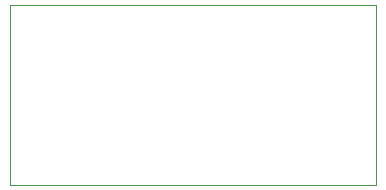
<source format=gbr>
%TF.GenerationSoftware,KiCad,Pcbnew,7.0.10*%
%TF.CreationDate,2023-12-31T17:53:47-05:00*%
%TF.ProjectId,SRX Mag Encoder to SPARK MAX,53525820-4d61-4672-9045-6e636f646572,rev?*%
%TF.SameCoordinates,Original*%
%TF.FileFunction,Profile,NP*%
%FSLAX46Y46*%
G04 Gerber Fmt 4.6, Leading zero omitted, Abs format (unit mm)*
G04 Created by KiCad (PCBNEW 7.0.10) date 2023-12-31 17:53:47*
%MOMM*%
%LPD*%
G01*
G04 APERTURE LIST*
%TA.AperFunction,Profile*%
%ADD10C,0.100000*%
%TD*%
G04 APERTURE END LIST*
D10*
X156921200Y-93980000D02*
X187960000Y-93980000D01*
X187960000Y-109220000D01*
X156921200Y-109220000D01*
X156921200Y-93980000D01*
M02*

</source>
